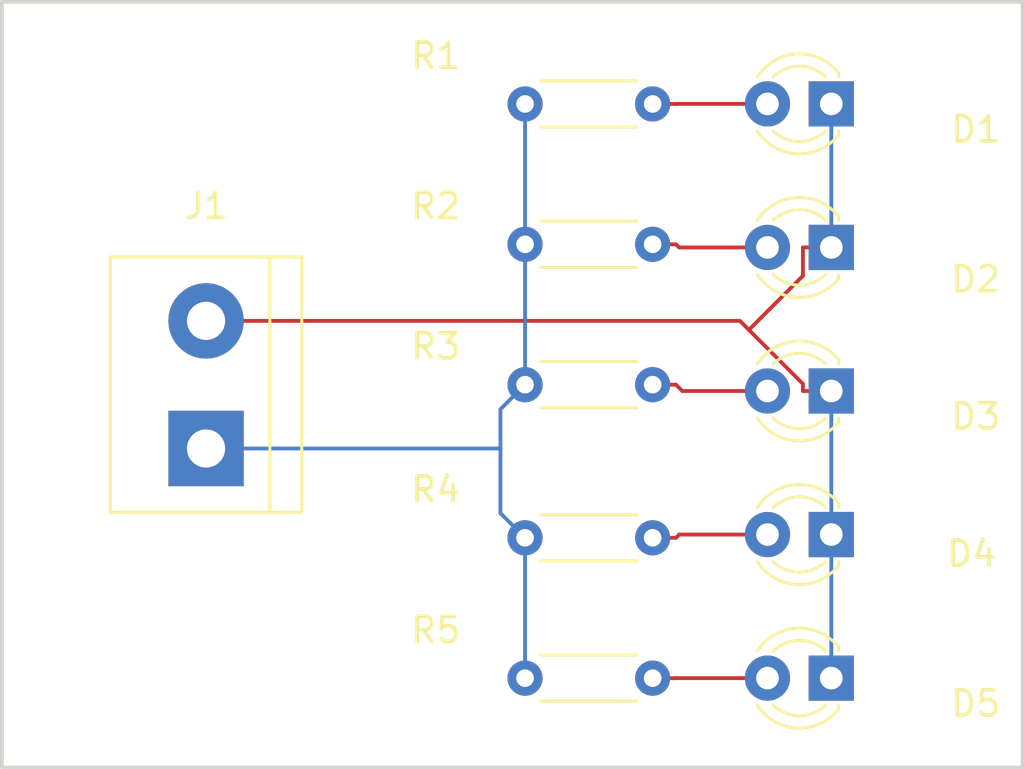
<source format=kicad_pcb>
(kicad_pcb (version 20211014) (generator pcbnew)
  (layers (0 "F.Cu" signal "Top") (31 "B.Cu" signal "Bottom") (34 "B.Paste" user) (35 "F.Paste" user) (36 "B.SilkS" user "B.Silkscreen") (37 "F.SilkS" user "F.Silkscreen") (38 "B.Mask" user) (39 "F.Mask" user) (44 "Edge.Cuts" user))
  (net 0 "")
  (net 1 "GND")
  (net 2 "Net-(D1-Pad2)")
  (net 3 "Net-(D2-Pad2)")
  (net 4 "Net-(D3-Pad2)")
  (net 5 "Net-(D4-Pad2)")
  (net 6 "Net-(D5-Pad2)")
  (net 7 "VCC")
  (footprint "Resistor_THT:R_Axial_DIN0204_L3.6mm_D1.6mm_P5.08mm_Horizontal" (layer "F.Cu") (at 46.736 17.272)
    (fp_text reference "R1" (at -3.556 -1.92) (layer "F.SilkS"))
    (fp_text value "330")
    (fp_line (start 0.62 -0.92) (end 4.46 -0.92) (layer "F.SilkS") (width 0.12))
    (fp_line (start 0.62 0.92) (end 4.46 0.92) (layer "F.SilkS") (width 0.12))
    (pad "1" thru_hole circle (at 0 0) (size 1.4 1.4) (drill 0.7) (layers *.Cu *.Mask) (net 7 "VCC"))
    (pad "2" thru_hole oval (at 5.08 0) (size 1.4 1.4) (drill 0.7) (layers *.Cu *.Mask) (net 2 "Net-(D1-Pad2)"))
  )
  (footprint "Resistor_THT:R_Axial_DIN0204_L3.6mm_D1.6mm_P5.08mm_Horizontal" (layer "F.Cu") (at 46.736 28.448)
    (fp_text reference "R3" (at -3.556 -1.524) (layer "F.SilkS"))
    (fp_text value "330")
    (fp_line (start 0.62 0.92) (end 4.46 0.92) (layer "F.SilkS") (width 0.12))
    (fp_line (start 0.62 -0.92) (end 4.46 -0.92) (layer "F.SilkS") (width 0.12))
    (pad "1" thru_hole circle (at 0 0) (size 1.4 1.4) (drill 0.7) (layers *.Cu *.Mask) (net 7 "VCC"))
    (pad "2" thru_hole oval (at 5.08 0) (size 1.4 1.4) (drill 0.7) (layers *.Cu *.Mask) (net 4 "Net-(D3-Pad2)"))
  )
  (footprint "LED_THT:LED_D3.0mm" (layer "F.Cu") (at 58.928 40.1293 180)
    (fp_text reference "D5" (at -5.746857 -1.016) (layer "F.SilkS"))
    (fp_text value "LED5")
    (fp_line (start -0.29 -1.236) (end -0.29 -1.08) (layer "F.SilkS") (width 0.12))
    (fp_line (start -0.29 1.08) (end -0.29 1.236) (layer "F.SilkS") (width 0.12))
    (fp_arc (start 2.942335 1.078608) (mid 1.366487 1.987659) (end -0.29 1.235516) (layer "F.SilkS") (width 0.12))
    (fp_arc (start -0.29 -1.235516) (mid 1.366487 -1.987659) (end 2.942335 -1.078608) (layer "F.SilkS") (width 0.12))
    (fp_arc (start 2.31113 1.079837) (mid 1.270117 1.5) (end 0.229039 1.08) (layer "F.SilkS") (width 0.12))
    (fp_arc (start 0.229039 -1.08) (mid 1.270117 -1.5) (end 2.31113 -1.079837) (layer "F.SilkS") (width 0.12))
    (pad "1" thru_hole rect (at 0 0 180) (size 1.8 1.8) (drill 0.9) (layers *.Cu *.Mask) (net 1 "GND"))
    (pad "2" thru_hole circle (at 2.54 0 180) (size 1.8 1.8) (drill 0.9) (layers *.Cu *.Mask) (net 6 "Net-(D5-Pad2)"))
  )
  (footprint "Resistor_THT:R_Axial_DIN0204_L3.6mm_D1.6mm_P5.08mm_Horizontal" (layer "F.Cu") (at 46.736 40.132)
    (fp_text reference "R5" (at -3.556 -1.92) (layer "F.SilkS"))
    (fp_text value "330")
    (fp_line (start 0.62 -0.92) (end 4.46 -0.92) (layer "F.SilkS") (width 0.12))
    (fp_line (start 0.62 0.92) (end 4.46 0.92) (layer "F.SilkS") (width 0.12))
    (pad "1" thru_hole circle (at 0 0) (size 1.4 1.4) (drill 0.7) (layers *.Cu *.Mask) (net 7 "VCC"))
    (pad "2" thru_hole oval (at 5.08 0) (size 1.4 1.4) (drill 0.7) (layers *.Cu *.Mask) (net 6 "Net-(D5-Pad2)"))
  )
  (footprint "Resistor_THT:R_Axial_DIN0204_L3.6mm_D1.6mm_P5.08mm_Horizontal" (layer "F.Cu") (at 46.736 34.544)
    (fp_text reference "R4" (at -3.556 -1.92) (layer "F.SilkS"))
    (fp_text value "330")
    (fp_line (start 0.62 -0.92) (end 4.46 -0.92) (layer "F.SilkS") (width 0.12))
    (fp_line (start 0.62 0.92) (end 4.46 0.92) (layer "F.SilkS") (width 0.12))
    (pad "1" thru_hole circle (at 0 0) (size 1.4 1.4) (drill 0.7) (layers *.Cu *.Mask) (net 7 "VCC"))
    (pad "2" thru_hole oval (at 5.08 0) (size 1.4 1.4) (drill 0.7) (layers *.Cu *.Mask) (net 5 "Net-(D4-Pad2)"))
  )
  (footprint "LED_THT:LED_D3.0mm" (layer "F.Cu") (at 58.928 34.4143 180)
    (fp_text reference "D4" (at -5.588 -0.762) (layer "F.SilkS"))
    (fp_text value "LED4")
    (fp_line (start -0.29 1.08) (end -0.29 1.236) (layer "F.SilkS") (width 0.12))
    (fp_line (start -0.29 -1.236) (end -0.29 -1.08) (layer "F.SilkS") (width 0.12))
    (fp_arc (start -0.29 -1.235516) (mid 1.366487 -1.987659) (end 2.942335 -1.078608) (layer "F.SilkS") (width 0.12))
    (fp_arc (start 2.942335 1.078608) (mid 1.366487 1.987659) (end -0.29 1.235516) (layer "F.SilkS") (width 0.12))
    (fp_arc (start 0.229039 -1.08) (mid 1.270117 -1.5) (end 2.31113 -1.079837) (layer "F.SilkS") (width 0.12))
    (fp_arc (start 2.31113 1.079837) (mid 1.270117 1.5) (end 0.229039 1.08) (layer "F.SilkS") (width 0.12))
    (pad "1" thru_hole rect (at 0 0 180) (size 1.8 1.8) (drill 0.9) (layers *.Cu *.Mask) (net 1 "GND"))
    (pad "2" thru_hole circle (at 2.54 0 180) (size 1.8 1.8) (drill 0.9) (layers *.Cu *.Mask) (net 5 "Net-(D4-Pad2)"))
  )
  (footprint "Resistor_THT:R_Axial_DIN0204_L3.6mm_D1.6mm_P5.08mm_Horizontal" (layer "F.Cu") (at 46.736 22.86)
    (fp_text reference "R2" (at -3.556 -1.524) (layer "F.SilkS"))
    (fp_text value "330")
    (fp_line (start 0.62 0.92) (end 4.46 0.92) (layer "F.SilkS") (width 0.12))
    (fp_line (start 0.62 -0.92) (end 4.46 -0.92) (layer "F.SilkS") (width 0.12))
    (pad "1" thru_hole circle (at 0 0) (size 1.4 1.4) (drill 0.7) (layers *.Cu *.Mask) (net 7 "VCC"))
    (pad "2" thru_hole oval (at 5.08 0) (size 1.4 1.4) (drill 0.7) (layers *.Cu *.Mask) (net 3 "Net-(D2-Pad2)"))
  )
  (footprint "LED_THT:LED_D3.0mm" (layer "F.Cu") (at 58.928 28.6993 180)
    (fp_text reference "D3" (at -5.746857 -1.016) (layer "F.SilkS"))
    (fp_text value "LED3")
    (fp_line (start -0.29 1.08) (end -0.29 1.236) (layer "F.SilkS") (width 0.12))
    (fp_line (start -0.29 -1.236) (end -0.29 -1.08) (layer "F.SilkS") (width 0.12))
    (fp_arc (start 2.942335 1.078608) (mid 1.366487 1.987659) (end -0.29 1.235516) (layer "F.SilkS") (width 0.12))
    (fp_arc (start 0.229039 -1.08) (mid 1.270117 -1.5) (end 2.31113 -1.079837) (layer "F.SilkS") (width 0.12))
    (fp_arc (start -0.29 -1.235516) (mid 1.366487 -1.987659) (end 2.942335 -1.078608) (layer "F.SilkS") (width 0.12))
    (fp_arc (start 2.31113 1.079837) (mid 1.270117 1.5) (end 0.229039 1.08) (layer "F.SilkS") (width 0.12))
    (pad "1" thru_hole rect (at 0 0 180) (size 1.8 1.8) (drill 0.9) (layers *.Cu *.Mask) (net 1 "GND"))
    (pad "2" thru_hole circle (at 2.54 0 180) (size 1.8 1.8) (drill 0.9) (layers *.Cu *.Mask) (net 4 "Net-(D3-Pad2)"))
  )
  (footprint "LED_THT:LED_D3.0mm" (layer "F.Cu") (at 58.928 17.2693 180)
    (fp_text reference "D1" (at -5.746857 -1.016) (layer "F.SilkS"))
    (fp_text value "LED1")
    (fp_line (start -0.29 1.08) (end -0.29 1.236) (layer "F.SilkS") (width 0.12))
    (fp_line (start -0.29 -1.236) (end -0.29 -1.08) (layer "F.SilkS") (width 0.12))
    (fp_arc (start -0.29 -1.235516) (mid 1.366487 -1.987659) (end 2.942335 -1.078608) (layer "F.SilkS") (width 0.12))
    (fp_arc (start 2.942335 1.078608) (mid 1.366487 1.987659) (end -0.29 1.235516) (layer "F.SilkS") (width 0.12))
    (fp_arc (start 0.229039 -1.08) (mid 1.270117 -1.5) (end 2.31113 -1.079837) (layer "F.SilkS") (width 0.12))
    (fp_arc (start 2.31113 1.079837) (mid 1.270117 1.5) (end 0.229039 1.08) (layer "F.SilkS") (width 0.12))
    (pad "1" thru_hole rect (at 0 0 180) (size 1.8 1.8) (drill 0.9) (layers *.Cu *.Mask) (net 1 "GND"))
    (pad "2" thru_hole circle (at 2.54 0 180) (size 1.8 1.8) (drill 0.9) (layers *.Cu *.Mask) (net 2 "Net-(D1-Pad2)"))
  )
  (footprint "TerminalBlock:TerminalBlock_bornier-2_P5.08mm" (layer "F.Cu") (at 34.036 30.988 90)
    (fp_text reference "J1" (at 9.652 0 180) (layer "F.SilkS"))
    (fp_text value "Screw_Terminal_01x02")
    (fp_line (start 7.62 2.54) (end -2.54 2.54) (layer "F.SilkS") (width 0.12))
    (fp_line (start 7.62 -3.81) (end -2.54 -3.81) (layer "F.SilkS") (width 0.12))
    (fp_line (start 7.62 3.81) (end 7.62 -3.81) (layer "F.SilkS") (width 0.12))
    (fp_line (start -2.54 3.81) (end 7.62 3.81) (layer "F.SilkS") (width 0.12))
    (fp_line (start -2.54 -3.81) (end -2.54 3.81) (layer "F.SilkS") (width 0.12))
    (pad "1" thru_hole rect (at 0 0 90) (size 3 3) (drill 1.52) (layers *.Cu *.Mask) (net 7 "VCC"))
    (pad "2" thru_hole circle (at 5.08 0 90) (size 3 3) (drill 1.52) (layers *.Cu *.Mask) (net 1 "GND"))
  )
  (footprint "LED_THT:LED_D3.0mm" (layer "F.Cu") (at 58.928 22.9843 180)
    (fp_text reference "D2" (at -5.746857 -1.27) (layer "F.SilkS"))
    (fp_text value "LED2")
    (fp_line (start -0.29 1.08) (end -0.29 1.236) (layer "F.SilkS") (width 0.12))
    (fp_line (start -0.29 -1.236) (end -0.29 -1.08) (layer "F.SilkS") (width 0.12))
    (fp_arc (start 2.942335 1.078608) (mid 1.366487 1.987659) (end -0.29 1.235516) (layer "F.SilkS") (width 0.12))
    (fp_arc (start 2.31113 1.079837) (mid 1.270117 1.5) (end 0.229039 1.08) (layer "F.SilkS") (width 0.12))
    (fp_arc (start 0.229039 -1.08) (mid 1.270117 -1.5) (end 2.31113 -1.079837) (layer "F.SilkS") (width 0.12))
    (fp_arc (start -0.29 -1.235516) (mid 1.366487 -1.987659) (end 2.942335 -1.078608) (layer "F.SilkS") (width 0.12))
    (pad "1" thru_hole rect (at 0 0 180) (size 1.8 1.8) (drill 0.9) (layers *.Cu *.Mask) (net 1 "GND"))
    (pad "2" thru_hole circle (at 2.54 0 180) (size 1.8 1.8) (drill 0.9) (layers *.Cu *.Mask) (net 3 "Net-(D2-Pad2)"))
  )
  (gr_poly (pts (xy 66.548 43.688) (xy 25.908 43.688) (xy 25.908 13.208) (xy 66.548 13.208)) (layer "Edge.Cuts") (width 0.15) (fill none))
  (segment (start 55.29 25.908) (end 34.036 25.908) (width 0.1524) (layer "F.Cu") (net 1))
  (segment (start 57.7991 28.6993) (end 57.7991 28.4171) (width 0.1524) (layer "F.Cu") (net 1))
  (segment (start 57.7991 24.1132) (end 57.7991 22.9843) (width 0.1524) (layer "F.Cu") (net 1))
  (segment (start 55.6472 26.2651) (end 55.29 25.908) (width 0.1524) (layer "F.Cu") (net 1))
  (segment (start 55.6472 26.2651) (end 57.7991 24.1132) (width 0.1524) (layer "F.Cu") (net 1))
  (segment (start 58.928 22.9843) (end 57.7991 22.9843) (width 0.1524) (layer "F.Cu") (net 1))
  (segment (start 57.7991 28.4171) (end 55.6472 26.2651) (width 0.1524) (layer "F.Cu") (net 1))
  (segment (start 58.928 28.6993) (end 57.7991 28.6993) (width 0.1524) (layer "F.Cu") (net 1))
  (segment (start 58.928 28.6993) (end 58.928 34.4143) (width 0.1524) (layer "B.Cu") (net 1))
  (segment (start 58.928 17.2693) (end 58.928 22.9843) (width 0.1524) (layer "B.Cu") (net 1))
  (segment (start 58.928 34.4143) (end 58.928 40.1293) (width 0.1524) (layer "B.Cu") (net 1))
  (segment (start 52.7476 17.2693) (end 52.7449 17.272) (width 0.1524) (layer "F.Cu") (net 2))
  (segment (start 56.388 17.2693) (end 52.7476 17.2693) (width 0.1524) (layer "F.Cu") (net 2))
  (segment (start 51.816 17.272) (end 52.7449 17.272) (width 0.1524) (layer "F.Cu") (net 2))
  (segment (start 51.816 22.86) (end 52.7449 22.86) (width 0.1524) (layer "F.Cu") (net 3))
  (segment (start 56.388 22.9843) (end 52.8692 22.9843) (width 0.1524) (layer "F.Cu") (net 3))
  (segment (start 52.8692 22.9843) (end 52.7449 22.86) (width 0.1524) (layer "F.Cu") (net 3))
  (segment (start 51.816 28.448) (end 52.7449 28.448) (width 0.1524) (layer "F.Cu") (net 4))
  (segment (start 52.9962 28.6993) (end 52.7449 28.448) (width 0.1524) (layer "F.Cu") (net 4))
  (segment (start 56.388 28.6993) (end 52.9962 28.6993) (width 0.1524) (layer "F.Cu") (net 4))
  (segment (start 56.388 34.4143) (end 52.8746 34.4143) (width 0.1524) (layer "F.Cu") (net 5))
  (segment (start 52.8746 34.4143) (end 52.7449 34.544) (width 0.1524) (layer "F.Cu") (net 5))
  (segment (start 51.816 34.544) (end 52.7449 34.544) (width 0.1524) (layer "F.Cu") (net 5))
  (segment (start 56.388 40.1293) (end 52.7476 40.1293) (width 0.1524) (layer "F.Cu") (net 6))
  (segment (start 52.7476 40.1293) (end 52.7449 40.132) (width 0.1524) (layer "F.Cu") (net 6))
  (segment (start 51.816 40.132) (end 52.7449 40.132) (width 0.1524) (layer "F.Cu") (net 6))
  (segment (start 46.736 34.544) (end 46.736 40.132) (width 0.1524) (layer "B.Cu") (net 7))
  (segment (start 35.7649 30.988) (end 45.7554 30.988) (width 0.1524) (layer "B.Cu") (net 7))
  (segment (start 45.7554 33.5634) (end 46.736 34.544) (width 0.1524) (layer "B.Cu") (net 7))
  (segment (start 45.7554 29.4286) (end 45.7554 30.988) (width 0.1524) (layer "B.Cu") (net 7))
  (segment (start 45.7554 30.988) (end 45.7554 33.5634) (width 0.1524) (layer "B.Cu") (net 7))
  (segment (start 46.736 22.86) (end 46.736 17.272) (width 0.1524) (layer "B.Cu") (net 7))
  (segment (start 46.736 22.86) (end 46.736 28.448) (width 0.1524) (layer "B.Cu") (net 7))
  (segment (start 34.036 30.988) (end 35.7649 30.988) (width 0.1524) (layer "B.Cu") (net 7))
  (segment (start 46.736 28.448) (end 45.7554 29.4286) (width 0.1524) (layer "B.Cu") (net 7))
)
</source>
